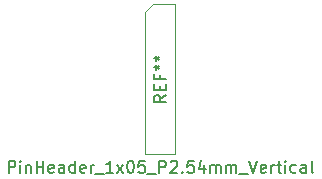
<source format=gbr>
%TF.GenerationSoftware,KiCad,Pcbnew,9.0.1*%
%TF.CreationDate,2025-05-16T22:45:18+09:00*%
%TF.ProjectId,H360,48333630-2e6b-4696-9361-645f70636258,rev?*%
%TF.SameCoordinates,Original*%
%TF.FileFunction,AssemblyDrawing,Top*%
%FSLAX46Y46*%
G04 Gerber Fmt 4.6, Leading zero omitted, Abs format (unit mm)*
G04 Created by KiCad (PCBNEW 9.0.1) date 2025-05-16 22:45:18*
%MOMM*%
%LPD*%
G01*
G04 APERTURE LIST*
%ADD10C,0.150000*%
%ADD11C,0.100000*%
G04 APERTURE END LIST*
D10*
X193642856Y-174994819D02*
X193642856Y-173994819D01*
X193642856Y-173994819D02*
X194023808Y-173994819D01*
X194023808Y-173994819D02*
X194119046Y-174042438D01*
X194119046Y-174042438D02*
X194166665Y-174090057D01*
X194166665Y-174090057D02*
X194214284Y-174185295D01*
X194214284Y-174185295D02*
X194214284Y-174328152D01*
X194214284Y-174328152D02*
X194166665Y-174423390D01*
X194166665Y-174423390D02*
X194119046Y-174471009D01*
X194119046Y-174471009D02*
X194023808Y-174518628D01*
X194023808Y-174518628D02*
X193642856Y-174518628D01*
X194642856Y-174994819D02*
X194642856Y-174328152D01*
X194642856Y-173994819D02*
X194595237Y-174042438D01*
X194595237Y-174042438D02*
X194642856Y-174090057D01*
X194642856Y-174090057D02*
X194690475Y-174042438D01*
X194690475Y-174042438D02*
X194642856Y-173994819D01*
X194642856Y-173994819D02*
X194642856Y-174090057D01*
X195119046Y-174328152D02*
X195119046Y-174994819D01*
X195119046Y-174423390D02*
X195166665Y-174375771D01*
X195166665Y-174375771D02*
X195261903Y-174328152D01*
X195261903Y-174328152D02*
X195404760Y-174328152D01*
X195404760Y-174328152D02*
X195499998Y-174375771D01*
X195499998Y-174375771D02*
X195547617Y-174471009D01*
X195547617Y-174471009D02*
X195547617Y-174994819D01*
X196023808Y-174994819D02*
X196023808Y-173994819D01*
X196023808Y-174471009D02*
X196595236Y-174471009D01*
X196595236Y-174994819D02*
X196595236Y-173994819D01*
X197452379Y-174947200D02*
X197357141Y-174994819D01*
X197357141Y-174994819D02*
X197166665Y-174994819D01*
X197166665Y-174994819D02*
X197071427Y-174947200D01*
X197071427Y-174947200D02*
X197023808Y-174851961D01*
X197023808Y-174851961D02*
X197023808Y-174471009D01*
X197023808Y-174471009D02*
X197071427Y-174375771D01*
X197071427Y-174375771D02*
X197166665Y-174328152D01*
X197166665Y-174328152D02*
X197357141Y-174328152D01*
X197357141Y-174328152D02*
X197452379Y-174375771D01*
X197452379Y-174375771D02*
X197499998Y-174471009D01*
X197499998Y-174471009D02*
X197499998Y-174566247D01*
X197499998Y-174566247D02*
X197023808Y-174661485D01*
X198357141Y-174994819D02*
X198357141Y-174471009D01*
X198357141Y-174471009D02*
X198309522Y-174375771D01*
X198309522Y-174375771D02*
X198214284Y-174328152D01*
X198214284Y-174328152D02*
X198023808Y-174328152D01*
X198023808Y-174328152D02*
X197928570Y-174375771D01*
X198357141Y-174947200D02*
X198261903Y-174994819D01*
X198261903Y-174994819D02*
X198023808Y-174994819D01*
X198023808Y-174994819D02*
X197928570Y-174947200D01*
X197928570Y-174947200D02*
X197880951Y-174851961D01*
X197880951Y-174851961D02*
X197880951Y-174756723D01*
X197880951Y-174756723D02*
X197928570Y-174661485D01*
X197928570Y-174661485D02*
X198023808Y-174613866D01*
X198023808Y-174613866D02*
X198261903Y-174613866D01*
X198261903Y-174613866D02*
X198357141Y-174566247D01*
X199261903Y-174994819D02*
X199261903Y-173994819D01*
X199261903Y-174947200D02*
X199166665Y-174994819D01*
X199166665Y-174994819D02*
X198976189Y-174994819D01*
X198976189Y-174994819D02*
X198880951Y-174947200D01*
X198880951Y-174947200D02*
X198833332Y-174899580D01*
X198833332Y-174899580D02*
X198785713Y-174804342D01*
X198785713Y-174804342D02*
X198785713Y-174518628D01*
X198785713Y-174518628D02*
X198833332Y-174423390D01*
X198833332Y-174423390D02*
X198880951Y-174375771D01*
X198880951Y-174375771D02*
X198976189Y-174328152D01*
X198976189Y-174328152D02*
X199166665Y-174328152D01*
X199166665Y-174328152D02*
X199261903Y-174375771D01*
X200119046Y-174947200D02*
X200023808Y-174994819D01*
X200023808Y-174994819D02*
X199833332Y-174994819D01*
X199833332Y-174994819D02*
X199738094Y-174947200D01*
X199738094Y-174947200D02*
X199690475Y-174851961D01*
X199690475Y-174851961D02*
X199690475Y-174471009D01*
X199690475Y-174471009D02*
X199738094Y-174375771D01*
X199738094Y-174375771D02*
X199833332Y-174328152D01*
X199833332Y-174328152D02*
X200023808Y-174328152D01*
X200023808Y-174328152D02*
X200119046Y-174375771D01*
X200119046Y-174375771D02*
X200166665Y-174471009D01*
X200166665Y-174471009D02*
X200166665Y-174566247D01*
X200166665Y-174566247D02*
X199690475Y-174661485D01*
X200595237Y-174994819D02*
X200595237Y-174328152D01*
X200595237Y-174518628D02*
X200642856Y-174423390D01*
X200642856Y-174423390D02*
X200690475Y-174375771D01*
X200690475Y-174375771D02*
X200785713Y-174328152D01*
X200785713Y-174328152D02*
X200880951Y-174328152D01*
X200976190Y-175090057D02*
X201738094Y-175090057D01*
X202499999Y-174994819D02*
X201928571Y-174994819D01*
X202214285Y-174994819D02*
X202214285Y-173994819D01*
X202214285Y-173994819D02*
X202119047Y-174137676D01*
X202119047Y-174137676D02*
X202023809Y-174232914D01*
X202023809Y-174232914D02*
X201928571Y-174280533D01*
X202833333Y-174994819D02*
X203357142Y-174328152D01*
X202833333Y-174328152D02*
X203357142Y-174994819D01*
X203928571Y-173994819D02*
X204023809Y-173994819D01*
X204023809Y-173994819D02*
X204119047Y-174042438D01*
X204119047Y-174042438D02*
X204166666Y-174090057D01*
X204166666Y-174090057D02*
X204214285Y-174185295D01*
X204214285Y-174185295D02*
X204261904Y-174375771D01*
X204261904Y-174375771D02*
X204261904Y-174613866D01*
X204261904Y-174613866D02*
X204214285Y-174804342D01*
X204214285Y-174804342D02*
X204166666Y-174899580D01*
X204166666Y-174899580D02*
X204119047Y-174947200D01*
X204119047Y-174947200D02*
X204023809Y-174994819D01*
X204023809Y-174994819D02*
X203928571Y-174994819D01*
X203928571Y-174994819D02*
X203833333Y-174947200D01*
X203833333Y-174947200D02*
X203785714Y-174899580D01*
X203785714Y-174899580D02*
X203738095Y-174804342D01*
X203738095Y-174804342D02*
X203690476Y-174613866D01*
X203690476Y-174613866D02*
X203690476Y-174375771D01*
X203690476Y-174375771D02*
X203738095Y-174185295D01*
X203738095Y-174185295D02*
X203785714Y-174090057D01*
X203785714Y-174090057D02*
X203833333Y-174042438D01*
X203833333Y-174042438D02*
X203928571Y-173994819D01*
X205166666Y-173994819D02*
X204690476Y-173994819D01*
X204690476Y-173994819D02*
X204642857Y-174471009D01*
X204642857Y-174471009D02*
X204690476Y-174423390D01*
X204690476Y-174423390D02*
X204785714Y-174375771D01*
X204785714Y-174375771D02*
X205023809Y-174375771D01*
X205023809Y-174375771D02*
X205119047Y-174423390D01*
X205119047Y-174423390D02*
X205166666Y-174471009D01*
X205166666Y-174471009D02*
X205214285Y-174566247D01*
X205214285Y-174566247D02*
X205214285Y-174804342D01*
X205214285Y-174804342D02*
X205166666Y-174899580D01*
X205166666Y-174899580D02*
X205119047Y-174947200D01*
X205119047Y-174947200D02*
X205023809Y-174994819D01*
X205023809Y-174994819D02*
X204785714Y-174994819D01*
X204785714Y-174994819D02*
X204690476Y-174947200D01*
X204690476Y-174947200D02*
X204642857Y-174899580D01*
X205404762Y-175090057D02*
X206166666Y-175090057D01*
X206404762Y-174994819D02*
X206404762Y-173994819D01*
X206404762Y-173994819D02*
X206785714Y-173994819D01*
X206785714Y-173994819D02*
X206880952Y-174042438D01*
X206880952Y-174042438D02*
X206928571Y-174090057D01*
X206928571Y-174090057D02*
X206976190Y-174185295D01*
X206976190Y-174185295D02*
X206976190Y-174328152D01*
X206976190Y-174328152D02*
X206928571Y-174423390D01*
X206928571Y-174423390D02*
X206880952Y-174471009D01*
X206880952Y-174471009D02*
X206785714Y-174518628D01*
X206785714Y-174518628D02*
X206404762Y-174518628D01*
X207357143Y-174090057D02*
X207404762Y-174042438D01*
X207404762Y-174042438D02*
X207500000Y-173994819D01*
X207500000Y-173994819D02*
X207738095Y-173994819D01*
X207738095Y-173994819D02*
X207833333Y-174042438D01*
X207833333Y-174042438D02*
X207880952Y-174090057D01*
X207880952Y-174090057D02*
X207928571Y-174185295D01*
X207928571Y-174185295D02*
X207928571Y-174280533D01*
X207928571Y-174280533D02*
X207880952Y-174423390D01*
X207880952Y-174423390D02*
X207309524Y-174994819D01*
X207309524Y-174994819D02*
X207928571Y-174994819D01*
X208357143Y-174899580D02*
X208404762Y-174947200D01*
X208404762Y-174947200D02*
X208357143Y-174994819D01*
X208357143Y-174994819D02*
X208309524Y-174947200D01*
X208309524Y-174947200D02*
X208357143Y-174899580D01*
X208357143Y-174899580D02*
X208357143Y-174994819D01*
X209309523Y-173994819D02*
X208833333Y-173994819D01*
X208833333Y-173994819D02*
X208785714Y-174471009D01*
X208785714Y-174471009D02*
X208833333Y-174423390D01*
X208833333Y-174423390D02*
X208928571Y-174375771D01*
X208928571Y-174375771D02*
X209166666Y-174375771D01*
X209166666Y-174375771D02*
X209261904Y-174423390D01*
X209261904Y-174423390D02*
X209309523Y-174471009D01*
X209309523Y-174471009D02*
X209357142Y-174566247D01*
X209357142Y-174566247D02*
X209357142Y-174804342D01*
X209357142Y-174804342D02*
X209309523Y-174899580D01*
X209309523Y-174899580D02*
X209261904Y-174947200D01*
X209261904Y-174947200D02*
X209166666Y-174994819D01*
X209166666Y-174994819D02*
X208928571Y-174994819D01*
X208928571Y-174994819D02*
X208833333Y-174947200D01*
X208833333Y-174947200D02*
X208785714Y-174899580D01*
X210214285Y-174328152D02*
X210214285Y-174994819D01*
X209976190Y-173947200D02*
X209738095Y-174661485D01*
X209738095Y-174661485D02*
X210357142Y-174661485D01*
X210738095Y-174994819D02*
X210738095Y-174328152D01*
X210738095Y-174423390D02*
X210785714Y-174375771D01*
X210785714Y-174375771D02*
X210880952Y-174328152D01*
X210880952Y-174328152D02*
X211023809Y-174328152D01*
X211023809Y-174328152D02*
X211119047Y-174375771D01*
X211119047Y-174375771D02*
X211166666Y-174471009D01*
X211166666Y-174471009D02*
X211166666Y-174994819D01*
X211166666Y-174471009D02*
X211214285Y-174375771D01*
X211214285Y-174375771D02*
X211309523Y-174328152D01*
X211309523Y-174328152D02*
X211452380Y-174328152D01*
X211452380Y-174328152D02*
X211547619Y-174375771D01*
X211547619Y-174375771D02*
X211595238Y-174471009D01*
X211595238Y-174471009D02*
X211595238Y-174994819D01*
X212071428Y-174994819D02*
X212071428Y-174328152D01*
X212071428Y-174423390D02*
X212119047Y-174375771D01*
X212119047Y-174375771D02*
X212214285Y-174328152D01*
X212214285Y-174328152D02*
X212357142Y-174328152D01*
X212357142Y-174328152D02*
X212452380Y-174375771D01*
X212452380Y-174375771D02*
X212499999Y-174471009D01*
X212499999Y-174471009D02*
X212499999Y-174994819D01*
X212499999Y-174471009D02*
X212547618Y-174375771D01*
X212547618Y-174375771D02*
X212642856Y-174328152D01*
X212642856Y-174328152D02*
X212785713Y-174328152D01*
X212785713Y-174328152D02*
X212880952Y-174375771D01*
X212880952Y-174375771D02*
X212928571Y-174471009D01*
X212928571Y-174471009D02*
X212928571Y-174994819D01*
X213166666Y-175090057D02*
X213928570Y-175090057D01*
X214023809Y-173994819D02*
X214357142Y-174994819D01*
X214357142Y-174994819D02*
X214690475Y-173994819D01*
X215404761Y-174947200D02*
X215309523Y-174994819D01*
X215309523Y-174994819D02*
X215119047Y-174994819D01*
X215119047Y-174994819D02*
X215023809Y-174947200D01*
X215023809Y-174947200D02*
X214976190Y-174851961D01*
X214976190Y-174851961D02*
X214976190Y-174471009D01*
X214976190Y-174471009D02*
X215023809Y-174375771D01*
X215023809Y-174375771D02*
X215119047Y-174328152D01*
X215119047Y-174328152D02*
X215309523Y-174328152D01*
X215309523Y-174328152D02*
X215404761Y-174375771D01*
X215404761Y-174375771D02*
X215452380Y-174471009D01*
X215452380Y-174471009D02*
X215452380Y-174566247D01*
X215452380Y-174566247D02*
X214976190Y-174661485D01*
X215880952Y-174994819D02*
X215880952Y-174328152D01*
X215880952Y-174518628D02*
X215928571Y-174423390D01*
X215928571Y-174423390D02*
X215976190Y-174375771D01*
X215976190Y-174375771D02*
X216071428Y-174328152D01*
X216071428Y-174328152D02*
X216166666Y-174328152D01*
X216357143Y-174328152D02*
X216738095Y-174328152D01*
X216500000Y-173994819D02*
X216500000Y-174851961D01*
X216500000Y-174851961D02*
X216547619Y-174947200D01*
X216547619Y-174947200D02*
X216642857Y-174994819D01*
X216642857Y-174994819D02*
X216738095Y-174994819D01*
X217071429Y-174994819D02*
X217071429Y-174328152D01*
X217071429Y-173994819D02*
X217023810Y-174042438D01*
X217023810Y-174042438D02*
X217071429Y-174090057D01*
X217071429Y-174090057D02*
X217119048Y-174042438D01*
X217119048Y-174042438D02*
X217071429Y-173994819D01*
X217071429Y-173994819D02*
X217071429Y-174090057D01*
X217976190Y-174947200D02*
X217880952Y-174994819D01*
X217880952Y-174994819D02*
X217690476Y-174994819D01*
X217690476Y-174994819D02*
X217595238Y-174947200D01*
X217595238Y-174947200D02*
X217547619Y-174899580D01*
X217547619Y-174899580D02*
X217500000Y-174804342D01*
X217500000Y-174804342D02*
X217500000Y-174518628D01*
X217500000Y-174518628D02*
X217547619Y-174423390D01*
X217547619Y-174423390D02*
X217595238Y-174375771D01*
X217595238Y-174375771D02*
X217690476Y-174328152D01*
X217690476Y-174328152D02*
X217880952Y-174328152D01*
X217880952Y-174328152D02*
X217976190Y-174375771D01*
X218833333Y-174994819D02*
X218833333Y-174471009D01*
X218833333Y-174471009D02*
X218785714Y-174375771D01*
X218785714Y-174375771D02*
X218690476Y-174328152D01*
X218690476Y-174328152D02*
X218500000Y-174328152D01*
X218500000Y-174328152D02*
X218404762Y-174375771D01*
X218833333Y-174947200D02*
X218738095Y-174994819D01*
X218738095Y-174994819D02*
X218500000Y-174994819D01*
X218500000Y-174994819D02*
X218404762Y-174947200D01*
X218404762Y-174947200D02*
X218357143Y-174851961D01*
X218357143Y-174851961D02*
X218357143Y-174756723D01*
X218357143Y-174756723D02*
X218404762Y-174661485D01*
X218404762Y-174661485D02*
X218500000Y-174613866D01*
X218500000Y-174613866D02*
X218738095Y-174613866D01*
X218738095Y-174613866D02*
X218833333Y-174566247D01*
X219452381Y-174994819D02*
X219357143Y-174947200D01*
X219357143Y-174947200D02*
X219309524Y-174851961D01*
X219309524Y-174851961D02*
X219309524Y-173994819D01*
X206954819Y-168413333D02*
X206478628Y-168746666D01*
X206954819Y-168984761D02*
X205954819Y-168984761D01*
X205954819Y-168984761D02*
X205954819Y-168603809D01*
X205954819Y-168603809D02*
X206002438Y-168508571D01*
X206002438Y-168508571D02*
X206050057Y-168460952D01*
X206050057Y-168460952D02*
X206145295Y-168413333D01*
X206145295Y-168413333D02*
X206288152Y-168413333D01*
X206288152Y-168413333D02*
X206383390Y-168460952D01*
X206383390Y-168460952D02*
X206431009Y-168508571D01*
X206431009Y-168508571D02*
X206478628Y-168603809D01*
X206478628Y-168603809D02*
X206478628Y-168984761D01*
X206431009Y-167984761D02*
X206431009Y-167651428D01*
X206954819Y-167508571D02*
X206954819Y-167984761D01*
X206954819Y-167984761D02*
X205954819Y-167984761D01*
X205954819Y-167984761D02*
X205954819Y-167508571D01*
X206431009Y-166746666D02*
X206431009Y-167079999D01*
X206954819Y-167079999D02*
X205954819Y-167079999D01*
X205954819Y-167079999D02*
X205954819Y-166603809D01*
X205954819Y-166079999D02*
X206192914Y-166079999D01*
X206097676Y-166318094D02*
X206192914Y-166079999D01*
X206192914Y-166079999D02*
X206097676Y-165841904D01*
X206383390Y-166222856D02*
X206192914Y-166079999D01*
X206192914Y-166079999D02*
X206383390Y-165937142D01*
X205954819Y-165318094D02*
X206192914Y-165318094D01*
X206097676Y-165556189D02*
X206192914Y-165318094D01*
X206192914Y-165318094D02*
X206097676Y-165079999D01*
X206383390Y-165460951D02*
X206192914Y-165318094D01*
X206192914Y-165318094D02*
X206383390Y-165175237D01*
D11*
%TO.C,REF\u002A\u002A*%
X205230000Y-161365000D02*
X205865000Y-160730000D01*
X205230000Y-173430000D02*
X205230000Y-161365000D01*
X205865000Y-160730000D02*
X207770000Y-160730000D01*
X207770000Y-160730000D02*
X207770000Y-173430000D01*
X207770000Y-173430000D02*
X205230000Y-173430000D01*
%TD*%
M02*

</source>
